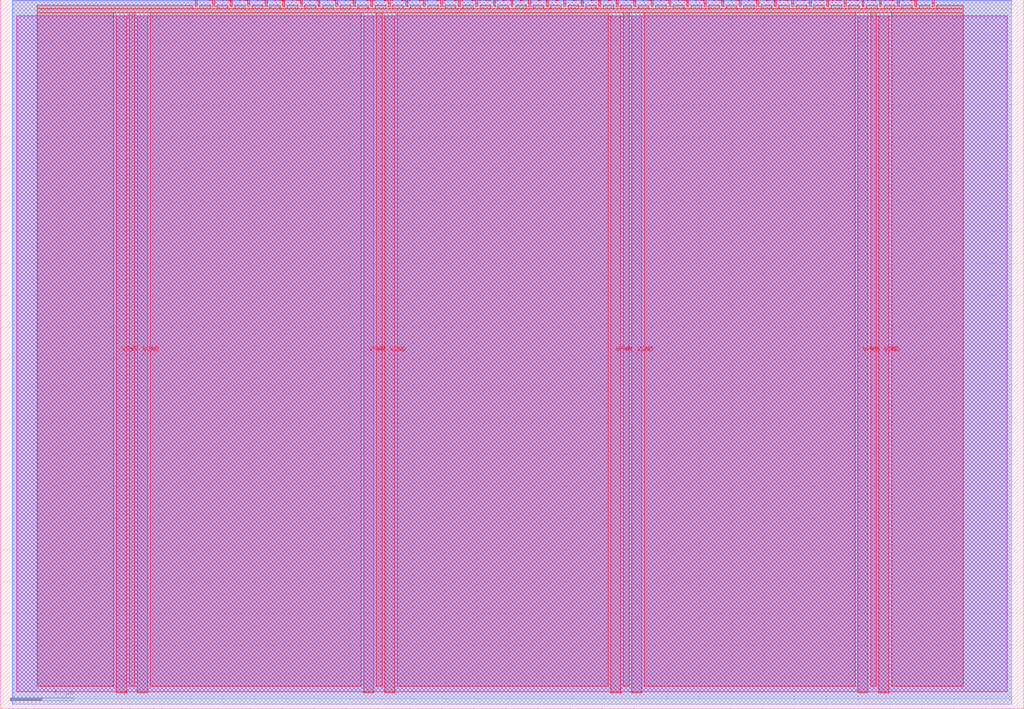
<source format=lef>
VERSION 5.7 ;
  NOWIREEXTENSIONATPIN ON ;
  DIVIDERCHAR "/" ;
  BUSBITCHARS "[]" ;
MACRO tt_um_virantha_enigma
  CLASS BLOCK ;
  FOREIGN tt_um_virantha_enigma ;
  ORIGIN 0.000 0.000 ;
  SIZE 161.000 BY 111.520 ;
  PIN VGND
    DIRECTION INOUT ;
    USE GROUND ;
    PORT
      LAYER met4 ;
        RECT 21.580 2.480 23.180 109.040 ;
    END
    PORT
      LAYER met4 ;
        RECT 60.450 2.480 62.050 109.040 ;
    END
    PORT
      LAYER met4 ;
        RECT 99.320 2.480 100.920 109.040 ;
    END
    PORT
      LAYER met4 ;
        RECT 138.190 2.480 139.790 109.040 ;
    END
  END VGND
  PIN VPWR
    DIRECTION INOUT ;
    USE POWER ;
    PORT
      LAYER met4 ;
        RECT 18.280 2.480 19.880 109.040 ;
    END
    PORT
      LAYER met4 ;
        RECT 57.150 2.480 58.750 109.040 ;
    END
    PORT
      LAYER met4 ;
        RECT 96.020 2.480 97.620 109.040 ;
    END
    PORT
      LAYER met4 ;
        RECT 134.890 2.480 136.490 109.040 ;
    END
  END VPWR
  PIN clk
    DIRECTION INPUT ;
    USE SIGNAL ;
    ANTENNAGATEAREA 1.286700 ;
    ANTENNADIFFAREA 0.434700 ;
    PORT
      LAYER met4 ;
        RECT 143.830 110.520 144.130 111.520 ;
    END
  END clk
  PIN ena
    DIRECTION INPUT ;
    USE SIGNAL ;
    PORT
      LAYER met4 ;
        RECT 146.590 110.520 146.890 111.520 ;
    END
  END ena
  PIN rst_n
    DIRECTION INPUT ;
    USE SIGNAL ;
    ANTENNAGATEAREA 0.631200 ;
    ANTENNADIFFAREA 0.434700 ;
    PORT
      LAYER met4 ;
        RECT 141.070 110.520 141.370 111.520 ;
    END
  END rst_n
  PIN ui_in[0]
    DIRECTION INPUT ;
    USE SIGNAL ;
    ANTENNAGATEAREA 0.631200 ;
    ANTENNADIFFAREA 0.434700 ;
    PORT
      LAYER met4 ;
        RECT 138.310 110.520 138.610 111.520 ;
    END
  END ui_in[0]
  PIN ui_in[1]
    DIRECTION INPUT ;
    USE SIGNAL ;
    ANTENNAGATEAREA 0.631200 ;
    ANTENNADIFFAREA 0.434700 ;
    PORT
      LAYER met4 ;
        RECT 135.550 110.520 135.850 111.520 ;
    END
  END ui_in[1]
  PIN ui_in[2]
    DIRECTION INPUT ;
    USE SIGNAL ;
    ANTENNAGATEAREA 0.631200 ;
    ANTENNADIFFAREA 0.434700 ;
    PORT
      LAYER met4 ;
        RECT 132.790 110.520 133.090 111.520 ;
    END
  END ui_in[2]
  PIN ui_in[3]
    DIRECTION INPUT ;
    USE SIGNAL ;
    ANTENNAGATEAREA 0.631200 ;
    ANTENNADIFFAREA 0.434700 ;
    PORT
      LAYER met4 ;
        RECT 130.030 110.520 130.330 111.520 ;
    END
  END ui_in[3]
  PIN ui_in[4]
    DIRECTION INPUT ;
    USE SIGNAL ;
    ANTENNAGATEAREA 0.631200 ;
    ANTENNADIFFAREA 0.434700 ;
    PORT
      LAYER met4 ;
        RECT 127.270 110.520 127.570 111.520 ;
    END
  END ui_in[4]
  PIN ui_in[5]
    DIRECTION INPUT ;
    USE SIGNAL ;
    ANTENNAGATEAREA 0.631200 ;
    ANTENNADIFFAREA 0.434700 ;
    PORT
      LAYER met4 ;
        RECT 124.510 110.520 124.810 111.520 ;
    END
  END ui_in[5]
  PIN ui_in[6]
    DIRECTION INPUT ;
    USE SIGNAL ;
    ANTENNAGATEAREA 0.560700 ;
    ANTENNADIFFAREA 0.434700 ;
    PORT
      LAYER met4 ;
        RECT 121.750 110.520 122.050 111.520 ;
    END
  END ui_in[6]
  PIN ui_in[7]
    DIRECTION INPUT ;
    USE SIGNAL ;
    ANTENNAGATEAREA 0.647700 ;
    ANTENNADIFFAREA 0.434700 ;
    PORT
      LAYER met4 ;
        RECT 118.990 110.520 119.290 111.520 ;
    END
  END ui_in[7]
  PIN uio_in[0]
    DIRECTION INPUT ;
    USE SIGNAL ;
    PORT
      LAYER met4 ;
        RECT 116.230 110.520 116.530 111.520 ;
    END
  END uio_in[0]
  PIN uio_in[1]
    DIRECTION INPUT ;
    USE SIGNAL ;
    PORT
      LAYER met4 ;
        RECT 113.470 110.520 113.770 111.520 ;
    END
  END uio_in[1]
  PIN uio_in[2]
    DIRECTION INPUT ;
    USE SIGNAL ;
    PORT
      LAYER met4 ;
        RECT 110.710 110.520 111.010 111.520 ;
    END
  END uio_in[2]
  PIN uio_in[3]
    DIRECTION INPUT ;
    USE SIGNAL ;
    PORT
      LAYER met4 ;
        RECT 107.950 110.520 108.250 111.520 ;
    END
  END uio_in[3]
  PIN uio_in[4]
    DIRECTION INPUT ;
    USE SIGNAL ;
    PORT
      LAYER met4 ;
        RECT 105.190 110.520 105.490 111.520 ;
    END
  END uio_in[4]
  PIN uio_in[5]
    DIRECTION INPUT ;
    USE SIGNAL ;
    PORT
      LAYER met4 ;
        RECT 102.430 110.520 102.730 111.520 ;
    END
  END uio_in[5]
  PIN uio_in[6]
    DIRECTION INPUT ;
    USE SIGNAL ;
    PORT
      LAYER met4 ;
        RECT 99.670 110.520 99.970 111.520 ;
    END
  END uio_in[6]
  PIN uio_in[7]
    DIRECTION INPUT ;
    USE SIGNAL ;
    PORT
      LAYER met4 ;
        RECT 96.910 110.520 97.210 111.520 ;
    END
  END uio_in[7]
  PIN uio_oe[0]
    DIRECTION OUTPUT ;
    USE SIGNAL ;
    PORT
      LAYER met4 ;
        RECT 49.990 110.520 50.290 111.520 ;
    END
  END uio_oe[0]
  PIN uio_oe[1]
    DIRECTION OUTPUT ;
    USE SIGNAL ;
    PORT
      LAYER met4 ;
        RECT 47.230 110.520 47.530 111.520 ;
    END
  END uio_oe[1]
  PIN uio_oe[2]
    DIRECTION OUTPUT ;
    USE SIGNAL ;
    PORT
      LAYER met4 ;
        RECT 44.470 110.520 44.770 111.520 ;
    END
  END uio_oe[2]
  PIN uio_oe[3]
    DIRECTION OUTPUT ;
    USE SIGNAL ;
    PORT
      LAYER met4 ;
        RECT 41.710 110.520 42.010 111.520 ;
    END
  END uio_oe[3]
  PIN uio_oe[4]
    DIRECTION OUTPUT ;
    USE SIGNAL ;
    PORT
      LAYER met4 ;
        RECT 38.950 110.520 39.250 111.520 ;
    END
  END uio_oe[4]
  PIN uio_oe[5]
    DIRECTION OUTPUT ;
    USE SIGNAL ;
    PORT
      LAYER met4 ;
        RECT 36.190 110.520 36.490 111.520 ;
    END
  END uio_oe[5]
  PIN uio_oe[6]
    DIRECTION OUTPUT ;
    USE SIGNAL ;
    PORT
      LAYER met4 ;
        RECT 33.430 110.520 33.730 111.520 ;
    END
  END uio_oe[6]
  PIN uio_oe[7]
    DIRECTION OUTPUT ;
    USE SIGNAL ;
    PORT
      LAYER met4 ;
        RECT 30.670 110.520 30.970 111.520 ;
    END
  END uio_oe[7]
  PIN uio_out[0]
    DIRECTION OUTPUT ;
    USE SIGNAL ;
    ANTENNAGATEAREA 1.737000 ;
    ANTENNADIFFAREA 0.891000 ;
    PORT
      LAYER met4 ;
        RECT 72.070 110.520 72.370 111.520 ;
    END
  END uio_out[0]
  PIN uio_out[1]
    DIRECTION OUTPUT ;
    USE SIGNAL ;
    ANTENNAGATEAREA 0.742500 ;
    ANTENNADIFFAREA 0.795200 ;
    PORT
      LAYER met4 ;
        RECT 69.310 110.520 69.610 111.520 ;
    END
  END uio_out[1]
  PIN uio_out[2]
    DIRECTION OUTPUT ;
    USE SIGNAL ;
    ANTENNAGATEAREA 1.737000 ;
    ANTENNADIFFAREA 0.891000 ;
    PORT
      LAYER met4 ;
        RECT 66.550 110.520 66.850 111.520 ;
    END
  END uio_out[2]
  PIN uio_out[3]
    DIRECTION OUTPUT ;
    USE SIGNAL ;
    ANTENNAGATEAREA 1.611000 ;
    ANTENNADIFFAREA 0.891000 ;
    PORT
      LAYER met4 ;
        RECT 63.790 110.520 64.090 111.520 ;
    END
  END uio_out[3]
  PIN uio_out[4]
    DIRECTION OUTPUT ;
    USE SIGNAL ;
    ANTENNAGATEAREA 3.469500 ;
    ANTENNADIFFAREA 1.590400 ;
    PORT
      LAYER met4 ;
        RECT 61.030 110.520 61.330 111.520 ;
    END
  END uio_out[4]
  PIN uio_out[5]
    DIRECTION OUTPUT ;
    USE SIGNAL ;
    ANTENNADIFFAREA 0.445500 ;
    PORT
      LAYER met4 ;
        RECT 58.270 110.520 58.570 111.520 ;
    END
  END uio_out[5]
  PIN uio_out[6]
    DIRECTION OUTPUT ;
    USE SIGNAL ;
    PORT
      LAYER met4 ;
        RECT 55.510 110.520 55.810 111.520 ;
    END
  END uio_out[6]
  PIN uio_out[7]
    DIRECTION OUTPUT ;
    USE SIGNAL ;
    PORT
      LAYER met4 ;
        RECT 52.750 110.520 53.050 111.520 ;
    END
  END uio_out[7]
  PIN uo_out[0]
    DIRECTION OUTPUT ;
    USE SIGNAL ;
    ANTENNADIFFAREA 0.891000 ;
    PORT
      LAYER met4 ;
        RECT 94.150 110.520 94.450 111.520 ;
    END
  END uo_out[0]
  PIN uo_out[1]
    DIRECTION OUTPUT ;
    USE SIGNAL ;
    ANTENNADIFFAREA 0.891000 ;
    PORT
      LAYER met4 ;
        RECT 91.390 110.520 91.690 111.520 ;
    END
  END uo_out[1]
  PIN uo_out[2]
    DIRECTION OUTPUT ;
    USE SIGNAL ;
    ANTENNADIFFAREA 1.288000 ;
    PORT
      LAYER met4 ;
        RECT 88.630 110.520 88.930 111.520 ;
    END
  END uo_out[2]
  PIN uo_out[3]
    DIRECTION OUTPUT ;
    USE SIGNAL ;
    ANTENNADIFFAREA 0.445500 ;
    PORT
      LAYER met4 ;
        RECT 85.870 110.520 86.170 111.520 ;
    END
  END uo_out[3]
  PIN uo_out[4]
    DIRECTION OUTPUT ;
    USE SIGNAL ;
    ANTENNADIFFAREA 0.445500 ;
    PORT
      LAYER met4 ;
        RECT 83.110 110.520 83.410 111.520 ;
    END
  END uo_out[4]
  PIN uo_out[5]
    DIRECTION OUTPUT ;
    USE SIGNAL ;
    ANTENNADIFFAREA 0.445500 ;
    PORT
      LAYER met4 ;
        RECT 80.350 110.520 80.650 111.520 ;
    END
  END uo_out[5]
  PIN uo_out[6]
    DIRECTION OUTPUT ;
    USE SIGNAL ;
    ANTENNADIFFAREA 1.484000 ;
    PORT
      LAYER met4 ;
        RECT 77.590 110.520 77.890 111.520 ;
    END
  END uo_out[6]
  PIN uo_out[7]
    DIRECTION OUTPUT ;
    USE SIGNAL ;
    PORT
      LAYER met4 ;
        RECT 74.830 110.520 75.130 111.520 ;
    END
  END uo_out[7]
  OBS
      LAYER nwell ;
        RECT 2.570 2.635 158.430 108.990 ;
      LAYER li1 ;
        RECT 2.760 2.635 158.240 108.885 ;
      LAYER met1 ;
        RECT 1.910 0.720 159.090 111.480 ;
      LAYER met2 ;
        RECT 1.930 0.690 159.070 111.510 ;
      LAYER met3 ;
        RECT 1.905 1.535 159.095 111.345 ;
      LAYER met4 ;
        RECT 5.815 110.120 30.270 110.665 ;
        RECT 31.370 110.120 33.030 110.665 ;
        RECT 34.130 110.120 35.790 110.665 ;
        RECT 36.890 110.120 38.550 110.665 ;
        RECT 39.650 110.120 41.310 110.665 ;
        RECT 42.410 110.120 44.070 110.665 ;
        RECT 45.170 110.120 46.830 110.665 ;
        RECT 47.930 110.120 49.590 110.665 ;
        RECT 50.690 110.120 52.350 110.665 ;
        RECT 53.450 110.120 55.110 110.665 ;
        RECT 56.210 110.120 57.870 110.665 ;
        RECT 58.970 110.120 60.630 110.665 ;
        RECT 61.730 110.120 63.390 110.665 ;
        RECT 64.490 110.120 66.150 110.665 ;
        RECT 67.250 110.120 68.910 110.665 ;
        RECT 70.010 110.120 71.670 110.665 ;
        RECT 72.770 110.120 74.430 110.665 ;
        RECT 75.530 110.120 77.190 110.665 ;
        RECT 78.290 110.120 79.950 110.665 ;
        RECT 81.050 110.120 82.710 110.665 ;
        RECT 83.810 110.120 85.470 110.665 ;
        RECT 86.570 110.120 88.230 110.665 ;
        RECT 89.330 110.120 90.990 110.665 ;
        RECT 92.090 110.120 93.750 110.665 ;
        RECT 94.850 110.120 96.510 110.665 ;
        RECT 97.610 110.120 99.270 110.665 ;
        RECT 100.370 110.120 102.030 110.665 ;
        RECT 103.130 110.120 104.790 110.665 ;
        RECT 105.890 110.120 107.550 110.665 ;
        RECT 108.650 110.120 110.310 110.665 ;
        RECT 111.410 110.120 113.070 110.665 ;
        RECT 114.170 110.120 115.830 110.665 ;
        RECT 116.930 110.120 118.590 110.665 ;
        RECT 119.690 110.120 121.350 110.665 ;
        RECT 122.450 110.120 124.110 110.665 ;
        RECT 125.210 110.120 126.870 110.665 ;
        RECT 127.970 110.120 129.630 110.665 ;
        RECT 130.730 110.120 132.390 110.665 ;
        RECT 133.490 110.120 135.150 110.665 ;
        RECT 136.250 110.120 137.910 110.665 ;
        RECT 139.010 110.120 140.670 110.665 ;
        RECT 141.770 110.120 143.430 110.665 ;
        RECT 144.530 110.120 146.190 110.665 ;
        RECT 147.290 110.120 151.505 110.665 ;
        RECT 5.815 109.440 151.505 110.120 ;
        RECT 5.815 3.575 17.880 109.440 ;
        RECT 20.280 3.575 21.180 109.440 ;
        RECT 23.580 3.575 56.750 109.440 ;
        RECT 59.150 3.575 60.050 109.440 ;
        RECT 62.450 3.575 95.620 109.440 ;
        RECT 98.020 3.575 98.920 109.440 ;
        RECT 101.320 3.575 134.490 109.440 ;
        RECT 136.890 3.575 137.790 109.440 ;
        RECT 140.190 3.575 151.505 109.440 ;
  END
END tt_um_virantha_enigma
END LIBRARY


</source>
